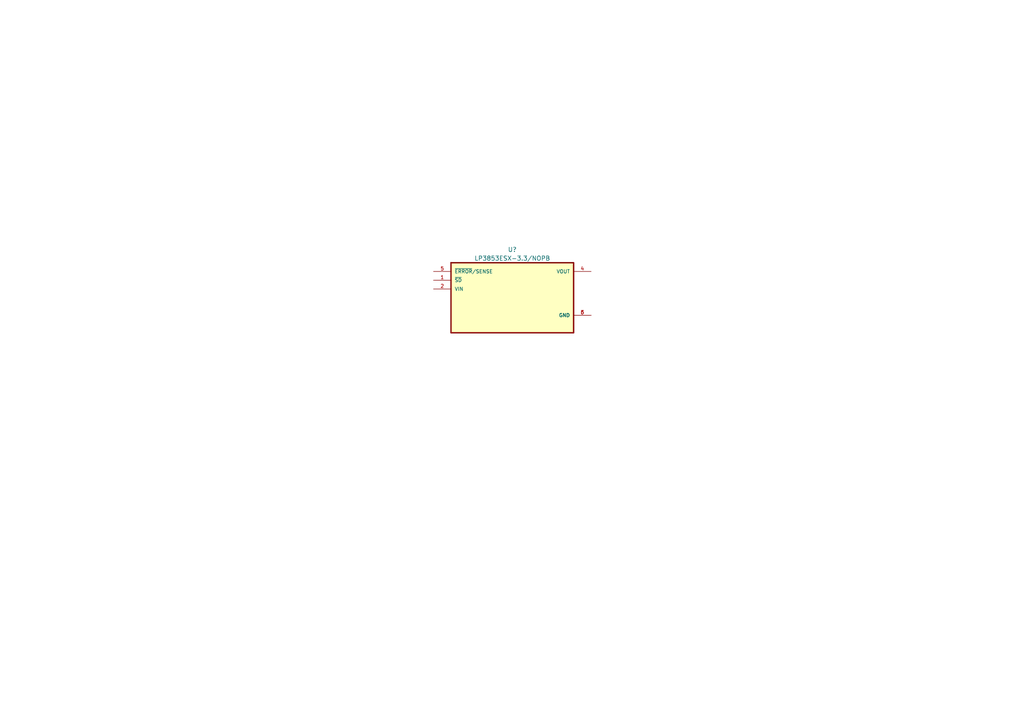
<source format=kicad_sch>
(kicad_sch (version 20220126) (generator eeschema)
  (paper "A4")
  (lib_symbols
    (symbol "LP3853ESX-3.3_NOPB:LP3853ESX-3.3{slash}NOPB" (pin_names (offset 1.016))
      (property "Reference" "U" (at -17.78 11.1506 0))
      (property "Value" "LP3853ESX-3.3{slash}NOPB" (at -17.78 -14.1478 0))
      (symbol "LP3853ESX-3.3{slash}NOPB_0_0"
        (rectangle (start -17.78 -10.16) (end 17.78 10.16) (stroke (width 0.4064)) (fill (type background)))
        (pin input line (at -22.86 5.08 0) (length 5.08) (name "~{SD}") (number "1"))
        (pin input line (at -22.86 2.54 0) (length 5.08) (name "VIN") (number "2"))
        (pin power_in line (at 22.86 -5.08 180) (length 5.08) (name "GND") (number "3"))
        (pin output line (at 22.86 7.62 180) (length 5.08) (name "VOUT") (number "4"))
        (pin input line (at -22.86 7.62 0) (length 5.08) (name "~{ERROR}/SENSE") (number "5"))
        (pin power_in line (at 22.86 -5.08 180) (length 5.08) (name "GND") (number "6"))
      )
    )
  )
  (symbol (lib_id "LP3853ESX-3.3_NOPB:LP3853ESX-3.3{slash}NOPB") (at 148.59 86.36 0) (unit 1)
    (property "Reference" "U?" (at 148.59 72.39 0))
    (property "Value" "LP3853ESX-3.3/NOPB" (at 148.59 74.93 0))
    (property "Footprint" "VREG_TPS79625KTTR" (effects hide))
    (property "Datasheet" "https://www.ti.com/lit/ds/symlink/lp3853.pdf?HQS=dis-mous-null-mousermode-dsf-pf-null-wwe&ts=1634641603473&ref_url=https%253A%252F%252Fcz.mouser.com%252F" (effects hide))
  )
)
</source>
